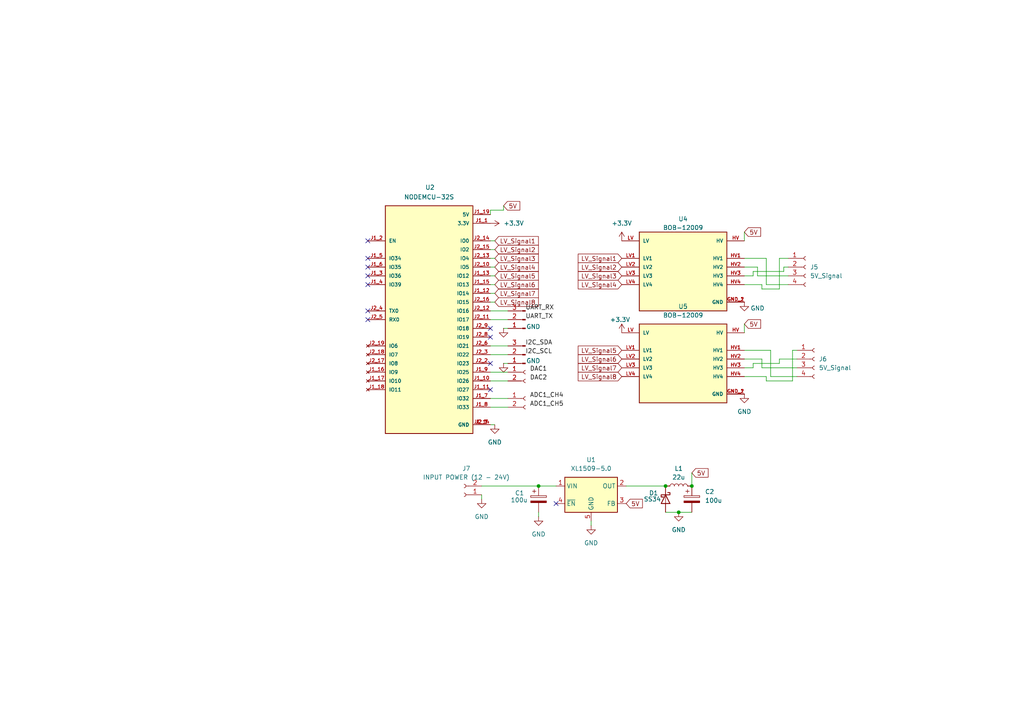
<source format=kicad_sch>
(kicad_sch (version 20250114) (generator "eeschema") (generator_version "9.0")
  (paper "A4")
  (lib_symbols
    (symbol "BOB-12009:BOB-12009" (pin_names (offset 1.016))
      (property "Reference" "U" (at -12.7 11.43 0))
      (property "Value" "BOB-12009" (at -12.7 -15.24 0))
      (symbol "BOB-12009_0_0"
        (rectangle (start -12.7 -12.7) (end 12.7 10.16) (stroke (width 0.254)) (fill (type background)))
        (pin bidirectional line (at -17.78 7.62 0) (length 5.08) (name "LV") (number "LV"))
        (pin bidirectional line (at -17.78 2.54 0) (length 5.08) (name "LV1") (number "LV1"))
        (pin bidirectional line (at -17.78 0 0) (length 5.08) (name "LV2") (number "LV2"))
        (pin bidirectional line (at -17.78 -2.54 0) (length 5.08) (name "LV3") (number "LV3"))
        (pin bidirectional line (at -17.78 -5.08 0) (length 5.08) (name "LV4") (number "LV4"))
        (pin bidirectional line (at 17.78 7.62 180) (length 5.08) (name "HV") (number "HV"))
        (pin bidirectional line (at 17.78 2.54 180) (length 5.08) (name "HV1") (number "HV1"))
        (pin bidirectional line (at 17.78 0 180) (length 5.08) (name "HV2") (number "HV2"))
        (pin bidirectional line (at 17.78 -2.54 180) (length 5.08) (name "HV3") (number "HV3"))
        (pin bidirectional line (at 17.78 -5.08 180) (length 5.08) (name "HV4") (number "HV4"))
        (pin power_in line (at 17.78 -10.16 180) (length 5.08) (name "GND") (number "GND_1"))
        (pin power_in line (at 17.78 -10.16 180) (length 5.08) (name "GND") (number "GND_2"))
      )
    )
    (symbol "Connector:Conn_01x02_Socket" (pin_names (offset 1.016) (hide yes))
      (property "Reference" "J" (at 0 2.54 0))
      (property "Value" "Conn_01x02_Socket" (at 0 -5.08 0))
      (symbol "Conn_01x02_Socket_1_1"
        (polyline (pts (xy -1.27 0) (xy -0.508 0)) (stroke (width 0.1524)))
        (polyline (pts (xy -1.27 -2.54) (xy -0.508 -2.54)) (stroke (width 0.1524)))
        (arc (start 0 -0.508) (mid -0.5058 0) (end 0 0.508) (stroke (width 0.1524)))
        (arc (start 0 -3.048) (mid -0.5058 -2.54) (end 0 -2.032) (stroke (width 0.1524)))
        (pin passive line (at -5.08 0 0) (length 3.81) (name "Pin_1") (number "1"))
        (pin passive line (at -5.08 -2.54 0) (length 3.81) (name "Pin_2") (number "2"))
      )
    )
    (symbol "Connector:Conn_01x03_Pin" (pin_names (offset 1.016) (hide yes))
      (property "Reference" "J" (at 0 5.08 0))
      (property "Value" "Conn_01x03_Pin" (at 0 -5.08 0))
      (symbol "Conn_01x03_Pin_1_1"
        (rectangle (start 0.8636 2.667) (end 0 2.413) (stroke (width 0.1524)) (fill (type outline)))
        (rectangle (start 0.8636 0.127) (end 0 -0.127) (stroke (width 0.1524)) (fill (type outline)))
        (rectangle (start 0.8636 -2.413) (end 0 -2.667) (stroke (width 0.1524)) (fill (type outline)))
        (polyline (pts (xy 1.27 2.54) (xy 0.8636 2.54)) (stroke (width 0.1524)))
        (polyline (pts (xy 1.27 0) (xy 0.8636 0)) (stroke (width 0.1524)))
        (polyline (pts (xy 1.27 -2.54) (xy 0.8636 -2.54)) (stroke (width 0.1524)))
        (pin passive line (at 5.08 2.54 180) (length 3.81) (name "Pin_1") (number "1"))
        (pin passive line (at 5.08 0 180) (length 3.81) (name "Pin_2") (number "2"))
        (pin passive line (at 5.08 -2.54 180) (length 3.81) (name "Pin_3") (number "3"))
      )
    )
    (symbol "Connector:Conn_01x04_Socket" (pin_names (offset 1.016) (hide yes))
      (property "Reference" "J" (at 0 5.08 0))
      (property "Value" "Conn_01x04_Socket" (at 0 -7.62 0))
      (symbol "Conn_01x04_Socket_1_1"
        (polyline (pts (xy -1.27 2.54) (xy -0.508 2.54)) (stroke (width 0.1524)))
        (polyline (pts (xy -1.27 0) (xy -0.508 0)) (stroke (width 0.1524)))
        (polyline (pts (xy -1.27 -2.54) (xy -0.508 -2.54)) (stroke (width 0.1524)))
        (polyline (pts (xy -1.27 -5.08) (xy -0.508 -5.08)) (stroke (width 0.1524)))
        (arc (start 0 2.032) (mid -0.5058 2.54) (end 0 3.048) (stroke (width 0.1524)))
        (arc (start 0 -0.508) (mid -0.5058 0) (end 0 0.508) (stroke (width 0.1524)))
        (arc (start 0 -3.048) (mid -0.5058 -2.54) (end 0 -2.032) (stroke (width 0.1524)))
        (arc (start 0 -5.588) (mid -0.5058 -5.08) (end 0 -4.572) (stroke (width 0.1524)))
        (pin passive line (at -5.08 2.54 0) (length 3.81) (name "Pin_1") (number "1"))
        (pin passive line (at -5.08 0 0) (length 3.81) (name "Pin_2") (number "2"))
        (pin passive line (at -5.08 -2.54 0) (length 3.81) (name "Pin_3") (number "3"))
        (pin passive line (at -5.08 -5.08 0) (length 3.81) (name "Pin_4") (number "4"))
      )
    )
    (symbol "Device:C_Polarized" (pin_numbers (hide yes)) (pin_names (offset 0.254))
      (property "Reference" "C" (at 0.635 2.54 0))
      (property "Value" "C_Polarized" (at 0.635 -2.54 0))
      (symbol "C_Polarized_0_1"
        (rectangle (start -2.286 0.508) (end 2.286 1.016))
        (polyline (pts (xy -1.778 2.286) (xy -0.762 2.286)))
        (polyline (pts (xy -1.27 2.794) (xy -1.27 1.778)))
        (rectangle (start 2.286 -0.508) (end -2.286 -1.016) (fill (type outline)))
      )
      (symbol "C_Polarized_1_1"
        (pin passive line (at 0 3.81 270) (length 2.794) (name "~") (number "1"))
        (pin passive line (at 0 -3.81 90) (length 2.794) (name "~") (number "2"))
      )
    )
    (symbol "Device:L" (pin_numbers (hide yes)) (pin_names (offset 1.016) (hide yes))
      (property "Reference" "L" (at -1.27 0 90))
      (property "Value" "L" (at 1.905 0 90))
      (symbol "L_0_1"
        (arc (start 0 2.54) (mid 0.6323 1.905) (end 0 1.27))
        (arc (start 0 1.27) (mid 0.6323 0.635) (end 0 0))
        (arc (start 0 0) (mid 0.6323 -0.635) (end 0 -1.27))
        (arc (start 0 -1.27) (mid 0.6323 -1.905) (end 0 -2.54))
      )
      (symbol "L_1_1"
        (pin passive line (at 0 3.81 270) (length 1.27) (name "1") (number "1"))
        (pin passive line (at 0 -3.81 90) (length 1.27) (name "2") (number "2"))
      )
    )
    (symbol "Diode:SS34" (pin_numbers (hide yes)) (pin_names (offset 1.016) (hide yes))
      (property "Reference" "D" (at 0 2.54 0))
      (property "Value" "SS34" (at 0 -2.54 0))
      (symbol "SS34_0_1"
        (polyline (pts (xy -1.905 0.635) (xy -1.905 1.27) (xy -1.27 1.27) (xy -1.27 -1.27) (xy -0.635 -1.27) (xy -0.635 -0.635)) (stroke (width 0.254)))
        (polyline (pts (xy 1.27 1.27) (xy 1.27 -1.27) (xy -1.27 0) (xy 1.27 1.27)) (stroke (width 0.254)))
        (polyline (pts (xy 1.27 0) (xy -1.27 0)))
      )
      (symbol "SS34_1_1"
        (pin passive line (at -3.81 0 0) (length 2.54) (name "K") (number "1"))
        (pin passive line (at 3.81 0 180) (length 2.54) (name "A") (number "2"))
      )
    )
    (symbol "NODEMCU-32S:NODEMCU-32S" (pin_names (offset 1.016))
      (property "Reference" "U" (at -12.7 33.782 0))
      (property "Value" "NODEMCU-32S" (at -12.7 -35.56 0))
      (symbol "NODEMCU-32S_0_0"
        (rectangle (start -12.7 -33.02) (end 12.7 33.02) (stroke (width 0.254)) (fill (type background)))
        (pin input line (at -17.78 22.86 0) (length 5.08) (name "EN") (number "J1_2"))
        (pin input line (at -17.78 17.78 0) (length 5.08) (name "IO34") (number "J1_5"))
        (pin input line (at -17.78 15.24 0) (length 5.08) (name "IO35") (number "J1_6"))
        (pin input line (at -17.78 12.7 0) (length 5.08) (name "IO36") (number "J1_3"))
        (pin input line (at -17.78 10.16 0) (length 5.08) (name "IO39") (number "J1_4"))
        (pin bidirectional line (at -17.78 2.54 0) (length 5.08) (name "TX0") (number "J2_4"))
        (pin bidirectional line (at -17.78 0 0) (length 5.08) (name "RX0") (number "J2_5"))
        (pin no_connect line (at -17.78 -7.62 0) (length 5.08) (name "IO6") (number "J2_19"))
        (pin no_connect line (at -17.78 -10.16 0) (length 5.08) (name "IO7") (number "J2_18"))
        (pin no_connect line (at -17.78 -12.7 0) (length 5.08) (name "IO8") (number "J2_17"))
        (pin no_connect line (at -17.78 -15.24 0) (length 5.08) (name "IO9") (number "J1_16"))
        (pin no_connect line (at -17.78 -17.78 0) (length 5.08) (name "IO10") (number "J1_17"))
        (pin no_connect line (at -17.78 -20.32 0) (length 5.08) (name "IO11") (number "J1_18"))
        (pin power_in line (at 17.78 30.48 180) (length 5.08) (name "5V") (number "J1_19"))
        (pin power_in line (at 17.78 27.94 180) (length 5.08) (name "3.3V") (number "J1_1"))
        (pin bidirectional line (at 17.78 22.86 180) (length 5.08) (name "IO0") (number "J2_14"))
        (pin bidirectional line (at 17.78 20.32 180) (length 5.08) (name "IO2") (number "J2_15"))
        (pin bidirectional line (at 17.78 17.78 180) (length 5.08) (name "IO4") (number "J2_13"))
        (pin bidirectional line (at 17.78 15.24 180) (length 5.08) (name "IO5") (number "J2_10"))
        (pin bidirectional line (at 17.78 12.7 180) (length 5.08) (name "IO12") (number "J1_13"))
        (pin bidirectional line (at 17.78 10.16 180) (length 5.08) (name "IO13") (number "J1_15"))
        (pin bidirectional line (at 17.78 7.62 180) (length 5.08) (name "IO14") (number "J1_12"))
        (pin bidirectional line (at 17.78 5.08 180) (length 5.08) (name "IO15") (number "J2_16"))
        (pin bidirectional line (at 17.78 2.54 180) (length 5.08) (name "IO16") (number "J2_12"))
        (pin bidirectional line (at 17.78 0 180) (length 5.08) (name "IO17") (number "J2_11"))
        (pin bidirectional line (at 17.78 -2.54 180) (length 5.08) (name "IO18") (number "J2_9"))
        (pin bidirectional line (at 17.78 -5.08 180) (length 5.08) (name "IO19") (number "J2_8"))
        (pin bidirectional line (at 17.78 -7.62 180) (length 5.08) (name "IO21") (number "J2_6"))
        (pin bidirectional line (at 17.78 -10.16 180) (length 5.08) (name "IO22") (number "J2_3"))
        (pin bidirectional line (at 17.78 -12.7 180) (length 5.08) (name "IO23") (number "J2_2"))
        (pin bidirectional line (at 17.78 -15.24 180) (length 5.08) (name "IO25") (number "J1_9"))
        (pin bidirectional line (at 17.78 -17.78 180) (length 5.08) (name "IO26") (number "J1_10"))
        (pin bidirectional line (at 17.78 -20.32 180) (length 5.08) (name "IO27") (number "J1_11"))
        (pin bidirectional line (at 17.78 -22.86 180) (length 5.08) (name "IO32") (number "J1_7"))
        (pin bidirectional line (at 17.78 -25.4 180) (length 5.08) (name "IO33") (number "J1_8"))
        (pin power_in line (at 17.78 -30.48 180) (length 5.08) (name "GND") (number "J1_14"))
        (pin power_in line (at 17.78 -30.48 180) (length 5.08) (name "GND") (number "J2_1"))
        (pin power_in line (at 17.78 -30.48 180) (length 5.08) (name "GND") (number "J2_7"))
      )
    )
    (symbol "Regulator_Switching:XL1509-5.0"
      (property "Reference" "U" (at -7.112 6.096 0))
      (property "Value" "XL1509-5.0" (at 5.842 6.096 0))
      (symbol "XL1509-5.0_0_1"
        (rectangle (start -7.62 5.08) (end 7.62 -5.08) (stroke (width 0.254)) (fill (type background)))
      )
      (symbol "XL1509-5.0_1_1"
        (pin power_in line (at -10.16 2.54 0) (length 2.54) (name "VIN") (number "1"))
        (pin input line (at -10.16 -2.54 0) (length 2.54) (name "~{EN}") (number "4"))
        (pin power_in line (at 0 -7.62 90) (length 2.54) (name "GND") (number "5"))
        (pin passive line (at 0 -7.62 90) (length 2.54) (hide yes) (name "GND") (number "6"))
        (pin passive line (at 0 -7.62 90) (length 2.54) (hide yes) (name "GND") (number "7"))
        (pin passive line (at 0 -7.62 90) (length 2.54) (hide yes) (name "GND") (number "8"))
        (pin power_out line (at 10.16 2.54 180) (length 2.54) (name "OUT") (number "2"))
        (pin input line (at 10.16 -2.54 180) (length 2.54) (name "FB") (number "3"))
      )
    )
    (symbol "power:+5V" (power) (pin_numbers (hide yes)) (pin_names (offset 0) (hide yes))
      (property "Value" "+5V" (at 0 3.556 0))
      (symbol "+5V_0_1"
        (polyline (pts (xy -0.762 1.27) (xy 0 2.54)))
        (polyline (pts (xy 0 2.54) (xy 0.762 1.27)))
        (polyline (pts (xy 0 0) (xy 0 2.54)))
      )
      (symbol "+5V_1_1"
        (pin power_in line (at 0 0 90) (length 0) (name "~") (number "1"))
      )
    )
    (symbol "power:GND" (power) (pin_numbers (hide yes)) (pin_names (offset 0) (hide yes))
      (property "Value" "GND" (at 0 -3.81 0))
      (symbol "GND_0_1"
        (polyline (pts (xy 0 0) (xy 0 -1.27) (xy 1.27 -1.27) (xy 0 -2.54) (xy -1.27 -1.27) (xy 0 -1.27)))
      )
      (symbol "GND_1_1"
        (pin power_in line (at 0 0 270) (length 0) (name "~") (number "1"))
      )
    )
  )
  (junction (at 200.66 140.97))
  (junction (at 156.21 140.97))
  (junction (at 196.85 148.59))
  (junction (at 193.04 140.97))
  (no_connect (at 106.68 80.01))
  (no_connect (at 106.68 92.71))
  (no_connect (at 106.68 74.93))
  (no_connect (at 161.29 146.05))
  (no_connect (at 142.24 95.25))
  (no_connect (at 106.68 69.85))
  (no_connect (at 142.24 105.41))
  (no_connect (at 106.68 82.55))
  (no_connect (at 106.68 77.47))
  (no_connect (at 106.68 90.17))
  (no_connect (at 142.24 113.03))
  (no_connect (at 142.24 97.79))
  (wire (pts (xy 171.45 151.13) (xy 171.45 152.4)))
  (wire (pts (xy 218.44 105.41) (xy 226.06 105.41)))
  (wire (pts (xy 142.24 74.93) (xy 143.51 74.93)))
  (wire (pts (xy 218.44 80.01) (xy 218.44 78.74)))
  (wire (pts (xy 142.24 80.01) (xy 143.51 80.01)))
  (wire (pts (xy 222.25 109.22) (xy 222.25 110.49)))
  (wire (pts (xy 220.98 104.14) (xy 220.98 106.68)))
  (wire (pts (xy 142.24 60.96) (xy 142.24 62.23)))
  (wire (pts (xy 196.85 148.59) (xy 200.66 148.59)))
  (wire (pts (xy 226.06 74.93) (xy 228.6 74.93)))
  (wire (pts (xy 215.9 77.47) (xy 219.71 77.47)))
  (wire (pts (xy 215.9 67.31) (xy 215.9 69.85)))
  (wire (pts (xy 193.04 148.59) (xy 196.85 148.59)))
  (wire (pts (xy 142.24 87.63) (xy 143.51 87.63)))
  (wire (pts (xy 139.7 140.97) (xy 156.21 140.97)))
  (wire (pts (xy 219.71 77.47) (xy 219.71 80.01)))
  (wire (pts (xy 156.21 148.59) (xy 156.21 149.86)))
  (wire (pts (xy 142.24 77.47) (xy 143.51 77.47)))
  (wire (pts (xy 215.9 104.14) (xy 220.98 104.14)))
  (wire (pts (xy 227.33 77.47) (xy 228.6 77.47)))
  (wire (pts (xy 215.9 109.22) (xy 222.25 109.22)))
  (wire (pts (xy 181.61 140.97) (xy 193.04 140.97)))
  (wire (pts (xy 142.24 72.39) (xy 143.51 72.39)))
  (wire (pts (xy 142.24 118.11) (xy 147.32 118.11)))
  (wire (pts (xy 142.24 110.49) (xy 147.32 110.49)))
  (wire (pts (xy 215.9 74.93) (xy 222.25 74.93)))
  (wire (pts (xy 200.66 137.16) (xy 200.66 140.97)))
  (wire (pts (xy 147.32 105.41) (xy 146.05 105.41)))
  (wire (pts (xy 222.25 82.55) (xy 228.6 82.55)))
  (wire (pts (xy 218.44 106.68) (xy 218.44 105.41)))
  (wire (pts (xy 226.06 83.82) (xy 226.06 74.93)))
  (wire (pts (xy 223.52 109.22) (xy 231.14 109.22)))
  (wire (pts (xy 156.21 140.97) (xy 161.29 140.97)))
  (wire (pts (xy 142.24 82.55) (xy 143.51 82.55)))
  (wire (pts (xy 215.9 82.55) (xy 220.98 82.55)))
  (wire (pts (xy 147.32 95.25) (xy 146.05 95.25)))
  (wire (pts (xy 142.24 115.57) (xy 147.32 115.57)))
  (wire (pts (xy 219.71 80.01) (xy 228.6 80.01)))
  (wire (pts (xy 222.25 74.93) (xy 222.25 82.55)))
  (wire (pts (xy 229.87 110.49) (xy 229.87 101.6)))
  (wire (pts (xy 142.24 100.33) (xy 147.32 100.33)))
  (wire (pts (xy 215.9 93.98) (xy 215.9 96.52)))
  (wire (pts (xy 142.24 102.87) (xy 147.32 102.87)))
  (wire (pts (xy 142.24 107.95) (xy 147.32 107.95)))
  (wire (pts (xy 229.87 101.6) (xy 231.14 101.6)))
  (wire (pts (xy 146.05 59.69) (xy 146.05 60.96)))
  (wire (pts (xy 142.24 69.85) (xy 143.51 69.85)))
  (wire (pts (xy 146.05 60.96) (xy 142.24 60.96)))
  (wire (pts (xy 220.98 106.68) (xy 231.14 106.68)))
  (wire (pts (xy 139.7 143.51) (xy 139.7 144.78)))
  (wire (pts (xy 220.98 83.82) (xy 226.06 83.82)))
  (wire (pts (xy 142.24 123.19) (xy 143.51 123.19)))
  (wire (pts (xy 142.24 90.17) (xy 147.32 90.17)))
  (wire (pts (xy 142.24 92.71) (xy 147.32 92.71)))
  (wire (pts (xy 215.9 80.01) (xy 218.44 80.01)))
  (wire (pts (xy 220.98 82.55) (xy 220.98 83.82)))
  (wire (pts (xy 226.06 104.14) (xy 231.14 104.14)))
  (wire (pts (xy 218.44 78.74) (xy 227.33 78.74)))
  (wire (pts (xy 215.9 106.68) (xy 218.44 106.68)))
  (wire (pts (xy 215.9 101.6) (xy 223.52 101.6)))
  (wire (pts (xy 222.25 110.49) (xy 229.87 110.49)))
  (wire (pts (xy 142.24 85.09) (xy 143.51 85.09)))
  (wire (pts (xy 223.52 101.6) (xy 223.52 109.22)))
  (wire (pts (xy 227.33 78.74) (xy 227.33 77.47)))
  (wire (pts (xy 226.06 105.41) (xy 226.06 104.14)))
  (label "UART_TX" (at 152.4 92.71 0))
  (label "DAC1" (at 153.67 107.95 0))
  (label "DAC2" (at 153.67 110.49 0))
  (label "I2C_SDA" (at 152.4 100.33 0))
  (label "I2C_SCL" (at 152.4 102.87 0))
  (label "ADC1_CH5" (at 153.67 118.11 0))
  (label "UART_RX" (at 152.4 90.17 0))
  (label "ADC1_CH4" (at 153.67 115.57 0))
  (global_label "LV_Signal2" (shape input) (at 180.34 77.47 180) (property "Intersheetrefs" "${INTERSHEET_REFS}" (effects (hide yes))))
  (global_label "5V" (shape input) (at 146.05 59.69 0) (property "Intersheetrefs" "${INTERSHEET_REFS}" (effects (hide yes))))
  (global_label "5V" (shape input) (at 215.9 93.98 0) (property "Intersheetrefs" "${INTERSHEET_REFS}" (effects (hide yes))))
  (global_label "LV_Signal2" (shape input) (at 143.51 72.39 0) (property "Intersheetrefs" "${INTERSHEET_REFS}" (effects (hide yes))))
  (global_label "LV_Signal3" (shape input) (at 143.51 74.93 0) (property "Intersheetrefs" "${INTERSHEET_REFS}" (effects (hide yes))))
  (global_label "LV_Signal1" (shape input) (at 143.51 69.85 0) (property "Intersheetrefs" "${INTERSHEET_REFS}" (effects (hide yes))))
  (global_label "LV_Signal4" (shape input) (at 143.51 77.47 0) (property "Intersheetrefs" "${INTERSHEET_REFS}" (effects (hide yes))))
  (global_label "LV_Signal5" (shape input) (at 180.34 101.6 180) (property "Intersheetrefs" "${INTERSHEET_REFS}" (effects (hide yes))))
  (global_label "LV_Signal6" (shape input) (at 180.34 104.14 180) (property "Intersheetrefs" "${INTERSHEET_REFS}" (effects (hide yes))))
  (global_label "LV_Signal1" (shape input) (at 180.34 74.93 180) (property "Intersheetrefs" "${INTERSHEET_REFS}" (effects (hide yes))))
  (global_label "5V" (shape input) (at 215.9 67.31 0) (property "Intersheetrefs" "${INTERSHEET_REFS}" (effects (hide yes))))
  (global_label "LV_Signal7" (shape input) (at 143.51 85.09 0) (property "Intersheetrefs" "${INTERSHEET_REFS}" (effects (hide yes))))
  (global_label "LV_Signal3" (shape input) (at 180.34 80.01 180) (property "Intersheetrefs" "${INTERSHEET_REFS}" (effects (hide yes))))
  (global_label "LV_Signal8" (shape input) (at 143.51 87.63 0) (property "Intersheetrefs" "${INTERSHEET_REFS}" (effects (hide yes))))
  (global_label "5V" (shape input) (at 200.66 137.16 0) (property "Intersheetrefs" "${INTERSHEET_REFS}" (effects (hide yes))))
  (global_label "5V" (shape input) (at 181.61 146.05 0) (property "Intersheetrefs" "${INTERSHEET_REFS}" (effects (hide yes))))
  (global_label "LV_Signal8" (shape input) (at 180.34 109.22 180) (property "Intersheetrefs" "${INTERSHEET_REFS}" (effects (hide yes))))
  (global_label "LV_Signal6" (shape input) (at 143.51 82.55 0) (property "Intersheetrefs" "${INTERSHEET_REFS}" (effects (hide yes))))
  (global_label "LV_Signal5" (shape input) (at 143.51 80.01 0) (property "Intersheetrefs" "${INTERSHEET_REFS}" (effects (hide yes))))
  (global_label "LV_Signal7" (shape input) (at 180.34 106.68 180) (property "Intersheetrefs" "${INTERSHEET_REFS}" (effects (hide yes))))
  (global_label "LV_Signal4" (shape input) (at 180.34 82.55 180) (property "Intersheetrefs" "${INTERSHEET_REFS}" (effects (hide yes))))
  (symbol (lib_id "Diode:SS34") (at 193.04 144.78 270) (unit 1)
    (property "Reference" "D1" (at 188.214 143.002 90) (effects (justify left)))
    (property "Value" "SS34" (at 186.69 144.78 90) (effects (justify left)))
    (property "Footprint" "Diode_SMD:D_SMA" (effects (hide yes)))
    (property "Datasheet" "https://www.vishay.com/docs/88751/ss32.pdf" (effects (hide yes)))
    (property "Description" "40V 3A Schottky Diode, SMA" (effects (hide yes)))
  )
  (symbol (lib_id "Connector:Conn_01x04_Socket") (at 236.22 104.14 0) (unit 1)
    (property "Reference" "J6" (at 237.49 104.1399 0) (effects (justify left)))
    (property "Value" "5V_Signal" (at 237.49 106.6799 0) (effects (justify left)))
    (property "Footprint" "TerminalBlock_Phoenix:TerminalBlock_Phoenix_PT-1,5-4-3.5-H_1x04_P3.50mm_Horizontal" (effects (hide yes)))
    (property "Description" "Generic connector, single row, 01x04, script generated" (effects (hide yes)))
  )
  (symbol (lib_id "Connector:Conn_01x02_Socket") (at 134.62 143.51 180) (unit 1)
    (property "Reference" "J7" (at 135.255 135.89 0))
    (property "Value" "INPUT POWER (12 - 24V)" (at 135.255 138.43 0))
    (property "Footprint" "TerminalBlock_Phoenix:TerminalBlock_Phoenix_MKDS-1,5-2-5.08_1x02_P5.08mm_Horizontal" (effects (hide yes)))
    (property "Description" "Generic connector, single row, 01x02, script generated" (effects (hide yes)))
  )
  (symbol (lib_id "BOB-12009:BOB-12009") (at 198.12 77.47 0) (unit 1)
    (property "Reference" "U4" (at 198.12 63.5 0))
    (property "Value" "BOB-12009" (at 198.12 66.04 0))
    (property "Footprint" "BOB-12009:CONV_BOB-12009" (effects (hide yes)))
    (property "MF" "SparkFun" (effects (hide yes)))
    (property "MAXIMUM_PACKAGE_HEIGHT" "N/A" (effects (hide yes)))
    (property "Package" "None" (effects (hide yes)))
    (property "Price" "None" (effects (hide yes)))
    (property "Check_prices" "https://www.snapeda.com/parts/BOB-12009/SparkFun/view-part/?ref=eda" (effects (hide yes)))
    (property "STANDARD" "Manufacturer Recommendations" (effects (hide yes)))
    (property "PARTREV" "01" (effects (hide yes)))
    (property "SnapEDA_Link" "https://www.snapeda.com/parts/BOB-12009/SparkFun/view-part/?ref=snap" (effects (hide yes)))
    (property "MP" "BOB-12009" (effects (hide yes)))
    (property "Description_1" "BSS138 - Logic-Level Translator Interface Evaluation Board" (effects (hide yes)))
    (property "Availability" "In Stock" (effects (hide yes)))
    (property "MANUFACTURER" "SparkFun Electronics" (effects (hide yes)))
  )
  (symbol (lib_id "power:GND") (at 215.9 114.3 0) (unit 1)
    (property "Reference" "#PWR04" (effects (hide yes)))
    (property "Value" "GND" (at 215.9 119.38 0))
    (property "Description" "Power symbol creates a global label with name \"GND\" , ground" (effects (hide yes)))
  )
  (symbol (lib_id "power:+5V") (at 180.34 69.85 0) (unit 1)
    (property "Reference" "#PWR08" (effects (hide yes)))
    (property "Value" "+3.3V" (at 180.34 64.77 0))
    (property "Description" "Power symbol creates a global label with name \"+5V\"" (effects (hide yes)))
  )
  (symbol (lib_id "Regulator_Switching:XL1509-5.0") (at 171.45 143.51 0) (unit 1)
    (property "Reference" "U1" (at 171.45 133.35 0))
    (property "Value" "XL1509-5.0" (at 171.45 135.89 0))
    (property "Footprint" "Package_SO:SOIC-8_3.9x4.9mm_P1.27mm" (effects (hide yes)))
    (property "Datasheet" "https://datasheet.lcsc.com/lcsc/1809050422_XLSEMI-XL1509-5-0E1_C61063.pdf" (effects (hide yes)))
    (property "Description" "Buck DC/DC Converter, 2A, 5V Output Voltage, 7-40V Input Voltage" (effects (hide yes)))
  )
  (symbol (lib_id "Connector:Conn_01x04_Socket") (at 233.68 77.47 0) (unit 1)
    (property "Reference" "J5" (at 234.95 77.4699 0) (effects (justify left)))
    (property "Value" "5V_Signal" (at 234.95 80.0099 0) (effects (justify left)))
    (property "Footprint" "TerminalBlock_Phoenix:TerminalBlock_Phoenix_PT-1,5-4-3.5-H_1x04_P3.50mm_Horizontal" (effects (hide yes)))
    (property "Description" "Generic connector, single row, 01x04, script generated" (effects (hide yes)))
  )
  (symbol (lib_id "power:GND") (at 146.05 95.25 0) (unit 1)
    (property "Reference" "#PWR06" (effects (hide yes)))
    (property "Value" "GND" (at 154.686 94.742 0))
    (property "Description" "Power symbol creates a global label with name \"GND\" , ground" (effects (hide yes)))
  )
  (symbol (lib_id "Connector:Conn_01x02_Socket") (at 152.4 115.57 0) (unit 1)
    (property "Reference" "J4" (effects (hide yes)))
    (property "Value" "Conn_01x02_Socket" (effects (hide yes)))
    (property "Footprint" "TerminalBlock_Phoenix:TerminalBlock_Phoenix_PT-1,5-2-3.5-H_1x02_P3.50mm_Horizontal" (effects (hide yes)))
    (property "Description" "Generic connector, single row, 01x02, script generated" (effects (hide yes)))
  )
  (symbol (lib_id "Device:L") (at 196.85 140.97 90) (unit 1)
    (property "Reference" "L1" (at 196.85 135.89 90))
    (property "Value" "22u" (at 196.85 138.43 90))
    (property "Footprint" "Inductor_SMD:L_APV_ANR5020" (effects (hide yes)))
    (property "Description" "Inductor" (effects (hide yes)))
  )
  (symbol (lib_id "BOB-12009:BOB-12009") (at 198.12 104.14 0) (unit 1)
    (property "Reference" "U5" (at 198.12 88.9 0))
    (property "Value" "BOB-12009" (at 198.12 91.44 0))
    (property "Footprint" "BOB-12009:CONV_BOB-12009" (effects (hide yes)))
    (property "MF" "SparkFun" (effects (hide yes)))
    (property "MAXIMUM_PACKAGE_HEIGHT" "N/A" (effects (hide yes)))
    (property "Package" "None" (effects (hide yes)))
    (property "Price" "None" (effects (hide yes)))
    (property "Check_prices" "https://www.snapeda.com/parts/BOB-12009/SparkFun/view-part/?ref=eda" (effects (hide yes)))
    (property "STANDARD" "Manufacturer Recommendations" (effects (hide yes)))
    (property "PARTREV" "01" (effects (hide yes)))
    (property "SnapEDA_Link" "https://www.snapeda.com/parts/BOB-12009/SparkFun/view-part/?ref=snap" (effects (hide yes)))
    (property "MP" "BOB-12009" (effects (hide yes)))
    (property "Description_1" "BSS138 - Logic-Level Translator Interface Evaluation Board" (effects (hide yes)))
    (property "Availability" "In Stock" (effects (hide yes)))
    (property "MANUFACTURER" "SparkFun Electronics" (effects (hide yes)))
  )
  (symbol (lib_id "power:GND") (at 139.7 144.78 0) (unit 1)
    (property "Reference" "#PWR012" (effects (hide yes)))
    (property "Value" "GND" (at 139.7 149.86 0))
    (property "Description" "Power symbol creates a global label with name \"GND\" , ground" (effects (hide yes)))
  )
  (symbol (lib_id "Device:C_Polarized") (at 200.66 144.78 0) (unit 1)
    (property "Reference" "C2" (at 204.47 142.6209 0) (effects (justify left)))
    (property "Value" "100u" (at 204.47 145.1609 0) (effects (justify left)))
    (property "Footprint" "Capacitor_SMD:CP_Elec_6.3x5.8" (effects (hide yes)))
    (property "Description" "Polarized capacitor" (effects (hide yes)))
  )
  (symbol (lib_id "power:GND") (at 171.45 152.4 0) (unit 1)
    (property "Reference" "#PWR05" (effects (hide yes)))
    (property "Value" "GND" (at 171.45 157.48 0))
    (property "Description" "Power symbol creates a global label with name \"GND\" , ground" (effects (hide yes)))
  )
  (symbol (lib_id "Connector:Conn_01x02_Socket") (at 152.4 107.95 0) (unit 1)
    (property "Reference" "J3" (effects (hide yes)))
    (property "Value" "Conn_01x02_Socket" (effects (hide yes)))
    (property "Footprint" "TerminalBlock_Phoenix:TerminalBlock_Phoenix_PT-1,5-2-3.5-H_1x02_P3.50mm_Horizontal" (effects (hide yes)))
    (property "Description" "Generic connector, single row, 01x02, script generated" (effects (hide yes)))
  )
  (symbol (lib_id "power:+5V") (at 180.34 96.52 0) (unit 1)
    (property "Reference" "#PWR09" (effects (hide yes)))
    (property "Value" "+3.3V" (at 179.832 92.71 0))
    (property "Description" "Power symbol creates a global label with name \"+5V\"" (effects (hide yes)))
  )
  (symbol (lib_id "power:GND") (at 215.9 87.63 0) (unit 1)
    (property "Reference" "#PWR03" (effects (hide yes)))
    (property "Value" "GND" (at 219.71 89.408 0))
    (property "Description" "Power symbol creates a global label with name \"GND\" , ground" (effects (hide yes)))
  )
  (symbol (lib_id "power:+5V") (at 142.24 64.77 270) (unit 1)
    (property "Reference" "#PWR02" (effects (hide yes)))
    (property "Value" "+3.3V" (at 146.05 64.7699 90) (effects (justify left)))
    (property "Description" "Power symbol creates a global label with name \"+5V\"" (effects (hide yes)))
  )
  (symbol (lib_id "Connector:Conn_01x03_Pin") (at 152.4 102.87 180) (unit 1)
    (property "Reference" "J2" (effects (hide yes)))
    (property "Value" "Conn_01x03_Pin" (effects (hide yes)))
    (property "Footprint" "Connector_JST:JST_EH_B3B-EH-A_1x03_P2.50mm_Vertical" (effects (hide yes)))
    (property "Description" "Generic connector, single row, 01x03, script generated" (effects (hide yes)))
  )
  (symbol (lib_id "power:GND") (at 146.05 105.41 0) (unit 1)
    (property "Reference" "#PWR07" (effects (hide yes)))
    (property "Value" "GND" (at 154.686 104.648 0))
    (property "Description" "Power symbol creates a global label with name \"GND\" , ground" (effects (hide yes)))
  )
  (symbol (lib_id "NODEMCU-32S:NODEMCU-32S") (at 124.46 92.71 0) (unit 1)
    (property "Reference" "U2" (at 124.714 54.356 0))
    (property "Value" "NODEMCU-32S" (at 124.46 57.15 0))
    (property "Footprint" "NODEMCU-32S:MODULE_NODEMCU-32S" (effects (hide yes)))
    (property "MF" "AI-Thinker" (effects (hide yes)))
    (property "MAXIMUM_PACKAGE_HEIGHT" "3.00mm" (effects (hide yes)))
    (property "Package" "Package" (effects (hide yes)))
    (property "Price" "None" (effects (hide yes)))
    (property "Check_prices" "https://www.snapeda.com/parts/NODEMCU-32S/AI-Thinker/view-part/?ref=eda" (effects (hide yes)))
    (property "STANDARD" "Manufacturer Recommendations" (effects (hide yes)))
    (property "PARTREV" "V1" (effects (hide yes)))
    (property "SnapEDA_Link" "https://www.snapeda.com/parts/NODEMCU-32S/AI-Thinker/view-part/?ref=snap" (effects (hide yes)))
    (property "MP" "NODEMCU-32S" (effects (hide yes)))
    (property "Description_1" "WIFI MODULE V1" (effects (hide yes)))
    (property "Availability" "Not in stock" (effects (hide yes)))
    (property "MANUFACTURER" "AI-Thinker" (effects (hide yes)))
  )
  (symbol (lib_id "Device:C_Polarized") (at 156.21 144.78 0) (unit 1)
    (property "Reference" "C1" (at 149.352 143.002 0) (effects (justify left)))
    (property "Value" "100u" (at 148.082 145.034 0) (effects (justify left)))
    (property "Footprint" "Capacitor_SMD:CP_Elec_10x10" (effects (hide yes)))
    (property "Description" "Polarized capacitor" (effects (hide yes)))
  )
  (symbol (lib_id "power:GND") (at 156.21 149.86 0) (unit 1)
    (property "Reference" "#PWR010" (effects (hide yes)))
    (property "Value" "GND" (at 156.21 154.94 0))
    (property "Description" "Power symbol creates a global label with name \"GND\" , ground" (effects (hide yes)))
  )
  (symbol (lib_id "Connector:Conn_01x03_Pin") (at 152.4 92.71 180) (unit 1)
    (property "Reference" "J1" (effects (hide yes)))
    (property "Value" "Conn_01x03_Pin" (effects (hide yes)))
    (property "Footprint" "Connector_JST:JST_EH_B3B-EH-A_1x03_P2.50mm_Vertical" (effects (hide yes)))
    (property "Description" "Generic connector, single row, 01x03, script generated" (effects (hide yes)))
  )
  (symbol (lib_id "power:GND") (at 143.51 123.19 0) (unit 1)
    (property "Reference" "#PWR01" (effects (hide yes)))
    (property "Value" "GND" (at 143.51 128.27 0))
    (property "Description" "Power symbol creates a global label with name \"GND\" , ground" (effects (hide yes)))
  )
  (symbol (lib_id "power:GND") (at 196.85 148.59 0) (unit 1)
    (property "Reference" "#PWR011" (effects (hide yes)))
    (property "Value" "GND" (at 196.85 153.67 0))
    (property "Description" "Power symbol creates a global label with name \"GND\" , ground" (effects (hide yes)))
  )
)
</source>
